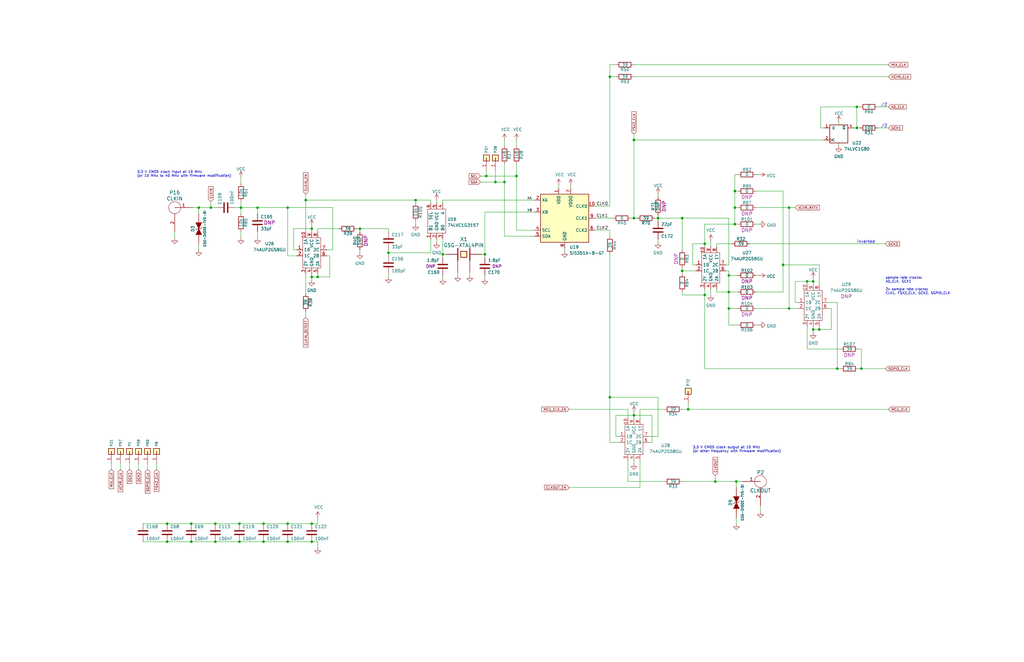
<source format=kicad_sch>
(kicad_sch (version 20211123) (generator eeschema)
  (paper "USLedger")
  (title_block (title "HackRF One") (date "2022-08-29") (rev "r9") (company "Copyright 2012-2022 Great Scott Gadgets") (comment 1 "Michael Ossmann") (comment 2 "Licensed under the CERN-OHL-P v2"))
  (junction (at 257.175 167.64))
  (junction (at 332.74 87.63))
  (junction (at 340.36 118.745))
  (junction (at 342.9 139.065))
  (junction (at 361.315 53.975))
  (junction (at 212.725 76.835))
  (junction (at 345.44 139.065))
  (junction (at 307.34 123.19))
  (junction (at 361.315 45.085))
  (junction (at 70.485 220.98))
  (junction (at 332.74 130.175))
  (junction (at 121.285 87.63))
  (junction (at 100.965 228.6))
  (junction (at 70.485 228.6))
  (junction (at 208.915 76.835))
  (junction (at 217.805 74.295))
  (junction (at 121.285 220.98))
  (junction (at 163.83 106.68))
  (junction (at 297.18 102.87))
  (junction (at 80.645 220.98))
  (junction (at 342.9 118.745))
  (junction (at 83.82 87.63))
  (junction (at 131.445 220.98))
  (junction (at 301.625 203.2))
  (junction (at 204.47 107.315))
  (junction (at 88.9 87.63))
  (junction (at 309.88 87.63))
  (junction (at 287.655 114.3))
  (junction (at 307.34 116.205))
  (junction (at 111.125 228.6))
  (junction (at 297.18 124.46))
  (junction (at 363.22 155.575))
  (junction (at 80.645 228.6))
  (junction (at 309.88 94.615))
  (junction (at 267.335 175.26))
  (junction (at 309.88 80.645))
  (junction (at 90.805 228.6))
  (junction (at 131.445 228.6))
  (junction (at 131.445 116.84))
  (junction (at 111.125 220.98))
  (junction (at 128.905 84.455))
  (junction (at 267.335 92.075))
  (junction (at 175.26 84.455))
  (junction (at 353.06 155.575))
  (junction (at 101.6 87.63))
  (junction (at 310.515 203.2))
  (junction (at 205.105 74.295))
  (junction (at 330.2 111.76))
  (junction (at 151.765 96.52))
  (junction (at 287.655 92.075))
  (junction (at 186.69 107.315))
  (junction (at 267.335 59.055))
  (junction (at 277.495 92.075))
  (junction (at 90.805 220.98))
  (junction (at 131.445 96.52))
  (junction (at 307.34 130.175))
  (junction (at 108.585 87.63))
  (junction (at 133.985 116.84))
  (junction (at 257.175 32.385))
  (junction (at 100.965 220.98))
  (junction (at 290.195 172.72))
  (junction (at 121.285 228.6))
  (wire (pts (xy 353.695 60.325) (xy 353.695 61.595)))
  (wire (pts (xy 163.83 116.84) (xy 163.83 115.57)))
  (wire (pts (xy 340.36 137.795) (xy 340.36 147.32)))
  (wire (pts (xy 274.955 175.26) (xy 267.335 175.26)))
  (wire (pts (xy 186.69 100.965) (xy 186.69 107.315)))
  (wire (pts (xy 342.9 137.795) (xy 342.9 139.065)))
  (wire (pts (xy 212.725 99.695) (xy 225.425 99.695)))
  (wire (pts (xy 335.28 118.745) (xy 335.28 127.635)))
  (wire (pts (xy 332.74 87.63) (xy 335.28 87.63)))
  (wire (pts (xy 274.955 186.69) (xy 274.955 175.26)))
  (wire (pts (xy 217.805 59.055) (xy 217.805 61.595)))
  (wire (pts (xy 202.565 74.295) (xy 205.105 74.295)))
  (wire (pts (xy 70.485 220.98) (xy 60.325 220.98)))
  (wire (pts (xy 302.26 102.87) (xy 308.61 102.87)))
  (wire (pts (xy 257.175 97.155) (xy 257.175 99.695)))
  (wire (pts (xy 259.715 184.15) (xy 260.985 184.15)))
  (wire (pts (xy 353.06 127.635) (xy 353.06 155.575)))
  (wire (pts (xy 83.82 90.17) (xy 83.82 87.63)))
  (wire (pts (xy 309.88 94.615) (xy 297.18 94.615)))
  (wire (pts (xy 307.34 111.76) (xy 307.34 92.075)))
  (wire (pts (xy 264.795 194.31) (xy 264.795 203.2)))
  (wire (pts (xy 46.99 195.58) (xy 46.99 198.12)))
  (wire (pts (xy 269.875 176.53) (xy 269.875 172.72)))
  (wire (pts (xy 90.805 228.6) (xy 100.965 228.6)))
  (wire (pts (xy 111.125 228.6) (xy 121.285 228.6)))
  (wire (pts (xy 299.72 121.92) (xy 299.72 124.46)))
  (wire (pts (xy 100.965 220.98) (xy 90.805 220.98)))
  (wire (pts (xy 186.69 107.315) (xy 187.96 107.315)))
  (wire (pts (xy 293.37 114.3) (xy 287.655 114.3)))
  (wire (pts (xy 101.6 87.63) (xy 101.6 90.17)))
  (wire (pts (xy 287.655 124.46) (xy 297.18 124.46)))
  (wire (pts (xy 225.425 89.535) (xy 204.47 89.535)))
  (wire (pts (xy 336.55 130.175) (xy 332.74 130.175)))
  (wire (pts (xy 250.825 97.155) (xy 257.175 97.155)))
  (wire (pts (xy 290.195 170.18) (xy 290.195 172.72)))
  (wire (pts (xy 131.445 96.52) (xy 131.445 95.25)))
  (wire (pts (xy 309.88 87.63) (xy 309.88 94.615)))
  (wire (pts (xy 335.28 127.635) (xy 336.55 127.635)))
  (wire (pts (xy 307.34 116.205) (xy 307.34 114.3)))
  (wire (pts (xy 250.825 86.995) (xy 257.175 86.995)))
  (wire (pts (xy 311.15 94.615) (xy 309.88 94.615)))
  (wire (pts (xy 297.18 94.615) (xy 297.18 102.87)))
  (wire (pts (xy 307.34 137.16) (xy 307.34 130.175)))
  (wire (pts (xy 287.655 115.57) (xy 287.655 114.3)))
  (wire (pts (xy 121.285 220.98) (xy 131.445 220.98)))
  (wire (pts (xy 267.335 92.075) (xy 268.605 92.075)))
  (wire (pts (xy 301.625 200.66) (xy 301.625 203.2)))
  (wire (pts (xy 131.445 116.84) (xy 133.985 116.84)))
  (wire (pts (xy 73.66 97.79) (xy 73.66 100.33)))
  (wire (pts (xy 203.2 107.315) (xy 204.47 107.315)))
  (wire (pts (xy 307.34 123.19) (xy 307.34 130.175)))
  (wire (pts (xy 131.445 118.11) (xy 131.445 116.84)))
  (wire (pts (xy 311.15 73.66) (xy 309.88 73.66)))
  (wire (pts (xy 370.205 45.085) (xy 374.65 45.085)))
  (wire (pts (xy 137.795 105.41) (xy 140.335 105.41)))
  (wire (pts (xy 238.125 104.775) (xy 238.125 106.045)))
  (wire (pts (xy 277.495 100.965) (xy 277.495 102.235)))
  (wire (pts (xy 346.075 53.975) (xy 347.345 53.975)))
  (wire (pts (xy 287.655 92.075) (xy 277.495 92.075)))
  (wire (pts (xy 151.765 96.52) (xy 151.765 97.79)))
  (wire (pts (xy 202.565 76.835) (xy 208.915 76.835)))
  (wire (pts (xy 318.77 130.175) (xy 332.74 130.175)))
  (wire (pts (xy 277.495 92.075) (xy 277.495 93.345)))
  (wire (pts (xy 318.77 73.66) (xy 320.04 73.66)))
  (wire (pts (xy 121.285 228.6) (xy 131.445 228.6)))
  (wire (pts (xy 277.495 167.64) (xy 277.495 184.15)))
  (wire (pts (xy 139.065 116.84) (xy 139.065 107.95)))
  (wire (pts (xy 307.34 92.075) (xy 287.655 92.075)))
  (wire (pts (xy 302.26 104.14) (xy 302.26 102.87)))
  (wire (pts (xy 240.03 205.74) (xy 269.875 205.74)))
  (wire (pts (xy 217.805 69.215) (xy 217.805 74.295)))
  (wire (pts (xy 302.26 123.19) (xy 307.34 123.19)))
  (wire (pts (xy 257.175 32.385) (xy 257.175 86.995)))
  (wire (pts (xy 99.06 87.63) (xy 101.6 87.63)))
  (wire (pts (xy 151.765 105.41) (xy 151.765 106.68)))
  (wire (pts (xy 307.34 114.3) (xy 306.07 114.3)))
  (wire (pts (xy 88.9 87.63) (xy 88.9 85.09)))
  (wire (pts (xy 125.095 107.95) (xy 121.285 107.95)))
  (wire (pts (xy 163.83 105.41) (xy 163.83 106.68)))
  (wire (pts (xy 267.335 92.075) (xy 267.335 59.055)))
  (wire (pts (xy 345.44 111.76) (xy 330.2 111.76)))
  (wire (pts (xy 140.335 87.63) (xy 121.285 87.63)))
  (wire (pts (xy 128.905 84.455) (xy 128.905 97.79)))
  (wire (pts (xy 269.875 194.31) (xy 269.875 205.74)))
  (wire (pts (xy 123.825 105.41) (xy 125.095 105.41)))
  (wire (pts (xy 330.2 123.19) (xy 318.77 123.19)))
  (wire (pts (xy 133.985 228.6) (xy 133.985 231.14)))
  (wire (pts (xy 91.44 87.63) (xy 88.9 87.63)))
  (wire (pts (xy 163.83 106.68) (xy 181.61 106.68)))
  (wire (pts (xy 287.655 203.2) (xy 301.625 203.2)))
  (wire (pts (xy 217.805 97.155) (xy 225.425 97.155)))
  (wire (pts (xy 361.315 53.975) (xy 362.585 53.975)))
  (wire (pts (xy 133.985 97.79) (xy 133.985 96.52)))
  (wire (pts (xy 287.655 105.41) (xy 287.655 92.075)))
  (wire (pts (xy 131.445 220.98) (xy 133.985 220.98)))
  (wire (pts (xy 267.335 175.26) (xy 267.335 173.99)))
  (wire (pts (xy 309.88 73.66) (xy 309.88 80.645)))
  (wire (pts (xy 133.985 116.84) (xy 139.065 116.84)))
  (wire (pts (xy 133.985 96.52) (xy 142.875 96.52)))
  (wire (pts (xy 349.25 127.635) (xy 353.06 127.635)))
  (wire (pts (xy 307.34 116.205) (xy 311.15 116.205)))
  (wire (pts (xy 267.335 176.53) (xy 267.335 175.26)))
  (wire (pts (xy 309.88 80.645) (xy 311.15 80.645)))
  (wire (pts (xy 276.225 92.075) (xy 277.495 92.075)))
  (wire (pts (xy 123.825 96.52) (xy 123.825 105.41)))
  (wire (pts (xy 342.9 120.015) (xy 342.9 118.745)))
  (wire (pts (xy 184.15 85.725) (xy 184.15 84.455)))
  (wire (pts (xy 297.18 102.87) (xy 297.18 104.14)))
  (wire (pts (xy 370.205 53.975) (xy 374.65 53.975)))
  (wire (pts (xy 90.805 220.98) (xy 80.645 220.98)))
  (wire (pts (xy 58.42 195.58) (xy 58.42 198.12)))
  (wire (pts (xy 302.26 121.92) (xy 302.26 123.19)))
  (wire (pts (xy 257.175 186.69) (xy 257.175 167.64)))
  (wire (pts (xy 184.15 100.965) (xy 184.15 102.235)))
  (wire (pts (xy 277.495 184.15) (xy 273.685 184.15)))
  (wire (pts (xy 292.1 111.76) (xy 293.37 111.76)))
  (wire (pts (xy 287.655 172.72) (xy 290.195 172.72)))
  (wire (pts (xy 267.335 32.385) (xy 374.65 32.385)))
  (wire (pts (xy 311.15 137.16) (xy 307.34 137.16)))
  (wire (pts (xy 292.1 102.87) (xy 292.1 111.76)))
  (wire (pts (xy 260.985 186.69) (xy 257.175 186.69)))
  (wire (pts (xy 80.645 228.6) (xy 90.805 228.6)))
  (wire (pts (xy 193.04 116.205) (xy 193.04 114.935)))
  (wire (pts (xy 267.335 56.515) (xy 267.335 59.055)))
  (wire (pts (xy 273.685 186.69) (xy 274.955 186.69)))
  (wire (pts (xy 151.765 96.52) (xy 163.83 96.52)))
  (wire (pts (xy 66.04 195.58) (xy 66.04 198.12)))
  (wire (pts (xy 257.175 27.305) (xy 259.715 27.305)))
  (wire (pts (xy 307.34 123.19) (xy 311.15 123.19)))
  (wire (pts (xy 267.335 175.26) (xy 259.715 175.26)))
  (wire (pts (xy 345.44 120.015) (xy 345.44 111.76)))
  (wire (pts (xy 101.6 97.79) (xy 101.6 100.33)))
  (wire (pts (xy 340.36 118.745) (xy 340.36 120.015)))
  (wire (pts (xy 80.645 220.98) (xy 70.485 220.98)))
  (wire (pts (xy 100.965 220.98) (xy 111.125 220.98)))
  (wire (pts (xy 311.15 130.175) (xy 307.34 130.175)))
  (wire (pts (xy 204.47 89.535) (xy 204.47 107.315)))
  (wire (pts (xy 363.22 155.575) (xy 373.38 155.575)))
  (wire (pts (xy 101.6 87.63) (xy 108.585 87.63)))
  (wire (pts (xy 181.61 106.68) (xy 181.61 100.965)))
  (wire (pts (xy 133.985 115.57) (xy 133.985 116.84)))
  (wire (pts (xy 361.95 155.575) (xy 363.22 155.575)))
  (wire (pts (xy 277.495 83.185) (xy 277.495 81.915)))
  (wire (pts (xy 267.335 27.305) (xy 374.65 27.305)))
  (wire (pts (xy 330.2 80.645) (xy 318.77 80.645)))
  (wire (pts (xy 330.2 111.76) (xy 330.2 123.19)))
  (wire (pts (xy 111.125 220.98) (xy 121.285 220.98)))
  (wire (pts (xy 208.915 71.755) (xy 208.915 76.835)))
  (wire (pts (xy 250.825 92.075) (xy 258.445 92.075)))
  (wire (pts (xy 257.175 27.305) (xy 257.175 32.385)))
  (wire (pts (xy 205.105 74.295) (xy 217.805 74.295)))
  (wire (pts (xy 101.6 85.09) (xy 101.6 87.63)))
  (wire (pts (xy 131.445 228.6) (xy 133.985 228.6)))
  (wire (pts (xy 310.515 205.74) (xy 310.515 203.2)))
  (wire (pts (xy 128.905 115.57) (xy 128.905 123.825)))
  (wire (pts (xy 361.315 53.975) (xy 360.045 53.975)))
  (wire (pts (xy 257.175 107.315) (xy 257.175 167.64)))
  (wire (pts (xy 235.585 79.375) (xy 235.585 78.105)))
  (wire (pts (xy 342.9 118.745) (xy 340.36 118.745)))
  (wire (pts (xy 345.44 139.065) (xy 350.52 139.065)))
  (wire (pts (xy 361.315 45.085) (xy 362.585 45.085)))
  (wire (pts (xy 310.515 220.98) (xy 310.515 218.44)))
  (wire (pts (xy 175.26 94.615) (xy 175.26 93.345)))
  (wire (pts (xy 212.725 76.835) (xy 212.725 99.695)))
  (wire (pts (xy 361.95 147.32) (xy 363.22 147.32)))
  (wire (pts (xy 318.77 116.205) (xy 320.04 116.205)))
  (wire (pts (xy 297.18 155.575) (xy 297.18 124.46)))
  (wire (pts (xy 259.715 175.26) (xy 259.715 184.15)))
  (wire (pts (xy 353.695 51.435) (xy 353.695 52.705)))
  (wire (pts (xy 345.44 137.795) (xy 345.44 139.065)))
  (wire (pts (xy 320.675 213.36) (xy 320.675 215.9)))
  (wire (pts (xy 175.26 84.455) (xy 181.61 84.455)))
  (wire (pts (xy 318.77 87.63) (xy 332.74 87.63)))
  (wire (pts (xy 139.065 107.95) (xy 137.795 107.95)))
  (wire (pts (xy 128.905 133.985) (xy 128.905 131.445)))
  (wire (pts (xy 342.9 118.745) (xy 342.9 117.475)))
  (wire (pts (xy 306.07 111.76) (xy 307.34 111.76)))
  (wire (pts (xy 257.175 167.64) (xy 277.495 167.64)))
  (wire (pts (xy 70.485 228.6) (xy 80.645 228.6)))
  (wire (pts (xy 277.495 90.805) (xy 277.495 92.075)))
  (wire (pts (xy 186.69 116.205) (xy 186.69 117.475)))
  (wire (pts (xy 301.625 203.2) (xy 310.515 203.2)))
  (wire (pts (xy 212.725 59.055) (xy 212.725 61.595)))
  (wire (pts (xy 340.36 118.745) (xy 335.28 118.745)))
  (wire (pts (xy 361.315 45.085) (xy 361.315 53.975)))
  (wire (pts (xy 267.335 194.31) (xy 267.335 195.58)))
  (wire (pts (xy 150.495 96.52) (xy 151.765 96.52)))
  (wire (pts (xy 100.965 228.6) (xy 111.125 228.6)))
  (wire (pts (xy 123.825 96.52) (xy 131.445 96.52)))
  (wire (pts (xy 350.52 139.065) (xy 350.52 130.175)))
  (wire (pts (xy 342.9 140.335) (xy 342.9 139.065)))
  (wire (pts (xy 318.77 94.615) (xy 320.04 94.615)))
  (wire (pts (xy 309.88 80.645) (xy 309.88 87.63)))
  (wire (pts (xy 186.69 84.455) (xy 186.69 85.725)))
  (wire (pts (xy 267.335 59.055) (xy 347.345 59.055)))
  (wire (pts (xy 264.795 203.2) (xy 280.035 203.2)))
  (wire (pts (xy 353.06 155.575) (xy 297.18 155.575)))
  (wire (pts (xy 205.105 71.755) (xy 205.105 74.295)))
  (wire (pts (xy 350.52 130.175) (xy 349.25 130.175)))
  (wire (pts (xy 297.18 121.92) (xy 297.18 124.46)))
  (wire (pts (xy 140.335 105.41) (xy 140.335 87.63)))
  (wire (pts (xy 186.69 84.455) (xy 225.425 84.455)))
  (wire (pts (xy 175.26 85.725) (xy 175.26 84.455)))
  (wire (pts (xy 83.82 105.41) (xy 83.82 102.87)))
  (wire (pts (xy 101.6 74.93) (xy 101.6 77.47)))
  (wire (pts (xy 60.325 228.6) (xy 70.485 228.6)))
  (wire (pts (xy 316.23 102.87) (xy 373.38 102.87)))
  (wire (pts (xy 54.61 195.58) (xy 54.61 198.12)))
  (wire (pts (xy 320.04 137.16) (xy 318.77 137.16)))
  (wire (pts (xy 240.665 79.375) (xy 240.665 78.105)))
  (wire (pts (xy 240.03 172.72) (xy 264.795 172.72)))
  (wire (pts (xy 208.915 76.835) (xy 212.725 76.835)))
  (wire (pts (xy 332.74 87.63) (xy 332.74 130.175)))
  (wire (pts (xy 128.905 84.455) (xy 175.26 84.455)))
  (wire (pts (xy 287.655 123.19) (xy 287.655 124.46)))
  (wire (pts (xy 264.795 176.53) (xy 264.795 172.72)))
  (wire (pts (xy 266.065 92.075) (xy 267.335 92.075)))
  (wire (pts (xy 217.805 74.295) (xy 217.805 97.155)))
  (wire (pts (xy 108.585 87.63) (xy 121.285 87.63)))
  (wire (pts (xy 290.195 172.72) (xy 374.65 172.72)))
  (wire (pts (xy 108.585 90.17) (xy 108.585 87.63)))
  (wire (pts (xy 204.47 107.315) (xy 204.47 108.585)))
  (wire (pts (xy 340.36 147.32) (xy 354.33 147.32)))
  (wire (pts (xy 363.22 147.32) (xy 363.22 155.575)))
  (wire (pts (xy 342.9 139.065) (xy 345.44 139.065)))
  (wire (pts (xy 346.075 53.975) (xy 346.075 45.085)))
  (wire (pts (xy 83.82 87.63) (xy 88.9 87.63)))
  (wire (pts (xy 299.72 101.6) (xy 299.72 104.14)))
  (wire (pts (xy 212.725 69.215) (xy 212.725 76.835)))
  (wire (pts (xy 269.875 172.72) (xy 280.035 172.72)))
  (wire (pts (xy 354.33 155.575) (xy 353.06 155.575)))
  (wire (pts (xy 128.905 81.915) (xy 128.905 84.455)))
  (wire (pts (xy 204.47 117.475) (xy 204.47 116.205)))
  (wire (pts (xy 131.445 115.57) (xy 131.445 116.84)))
  (wire (pts (xy 163.83 106.68) (xy 163.83 107.95)))
  (wire (pts (xy 108.585 97.79) (xy 108.585 100.33)))
  (wire (pts (xy 297.18 102.87) (xy 292.1 102.87)))
  (wire (pts (xy 131.445 97.79) (xy 131.445 96.52)))
  (wire (pts (xy 186.69 108.585) (xy 186.69 107.315)))
  (wire (pts (xy 309.88 87.63) (xy 311.15 87.63)))
  (wire (pts (xy 121.285 87.63) (xy 121.285 107.95)))
  (wire (pts (xy 62.23 198.12) (xy 62.23 195.58)))
  (wire (pts (xy 198.12 114.935) (xy 198.12 116.205)))
  (wire (pts (xy 346.075 45.085) (xy 361.315 45.085)))
  (wire (pts (xy 163.83 96.52) (xy 163.83 97.79)))
  (wire (pts (xy 330.2 111.76) (xy 330.2 80.645)))
  (wire (pts (xy 133.985 220.98) (xy 133.985 218.44)))
  (wire (pts (xy 307.34 123.19) (xy 307.34 116.205)))
  (wire (pts (xy 310.515 203.2) (xy 313.055 203.2)))
  (wire (pts (xy 50.8 195.58) (xy 50.8 198.12)))
  (wire (pts (xy 257.175 32.385) (xy 259.715 32.385)))
  (wire (pts (xy 81.28 87.63) (xy 83.82 87.63)))
  (wire (pts (xy 181.61 84.455) (xy 181.61 85.725)))
  (wire (pts (xy 287.655 113.03) (xy 287.655 114.3)))
  (text "/2" (at 371.475 53.975 0) (effects (font (size 1.27 1.27)) (justify left bottom)))
  (text "inverted" (at 361.315 102.87 0) (effects (font (size 1.27 1.27)) (justify left bottom)))
  (text "3.3 V CMOS clock input at 10 MHz\n(or 10 MHz to 40 MHz with firmware modification)" (at 57.785 74.93 0) (effects (font (size 1.016 1.016)) (justify left bottom)))
  (text "sample rate clocks:\nAD_CLK, GCK1\n\n2x sample rate clocks:\nCLK1, FSX2_CLK, GCK2, SGPIO_CLK" (at 373.38 124.46 0) (effects (font (size 1.016 1.016)) (justify left bottom)))
  (text "/2" (at 371.475 45.085 0) (effects (font (size 1.27 1.27)) (justify left bottom)))
  (text "3.3 V CMOS clock output at 10 MHz\n(or other frequency with firmware modification)" (at 292.1 191.135 0) (effects (font (size 1.016 1.016)) (justify left bottom)))
  (label "CLK0" (at 251.46 86.995 0))
  (label "CLK1" (at 251.46 92.075 0))
  (label "CLK2" (at 251.46 97.155 0))
  (label "XA" (at 222.25 84.455 0) (effects (font (size 1.016 1.016))))
  (label "XB" (at 222.25 89.535 0) (effects (font (size 1.016 1.016))))
  (global_label "GCK1" (shape input) (at 54.61 198.12 270) (effects (font (size 1.016 1.016))) (property "Intersheet References" "${INTERSHEET_REFS}" (effects hide)))
  (global_label "XCVR_CLK" (shape input) (at 374.65 32.385 0) (effects (font (size 1.016 1.016))) (property "Intersheet References" "${INTERSHEET_REFS}" (effects hide)))
  (global_label "FSX2_CLK" (shape input) (at 66.04 198.12 270) (effects (font (size 1.016 1.016))) (property "Intersheet References" "${INTERSHEET_REFS}" (effects hide)))
  (global_label "SCL" (shape input) (at 202.565 74.295 180) (effects (font (size 1.016 1.016))) (property "Intersheet References" "${INTERSHEET_REFS}" (effects hide)))
  (global_label "CLKIN_EN" (shape input) (at 128.905 81.915 90) (effects (font (size 1.016 1.016))) (property "Intersheet References" "${INTERSHEET_REFS}" (effects hide)))
  (global_label "MIX_CLK" (shape input) (at 374.65 27.305 0) (effects (font (size 1.016 1.016))) (property "Intersheet References" "${INTERSHEET_REFS}" (effects hide)))
  (global_label "GCK2" (shape input) (at 58.42 198.12 270) (effects (font (size 1.016 1.016))) (property "Intersheet References" "${INTERSHEET_REFS}" (effects hide)))
  (global_label "SDA" (shape input) (at 202.565 76.835 180) (effects (font (size 1.016 1.016))) (property "Intersheet References" "${INTERSHEET_REFS}" (effects hide)))
  (global_label "AD_CLK" (shape input) (at 374.65 45.085 0) (effects (font (size 1.016 1.016))) (property "Intersheet References" "${INTERSHEET_REFS}" (effects hide)))
  (global_label "CLKIN_DETECT" (shape input) (at 128.905 133.985 270) (effects (font (size 1.016 1.016))) (property "Intersheet References" "${INTERSHEET_REFS}" (effects hide)))
  (global_label "CLKOUT_EN" (shape input) (at 240.03 205.74 180) (effects (font (size 1.016 1.016))) (property "Intersheet References" "${INTERSHEET_REFS}" (effects hide)))
  (global_label "MIX_CLK" (shape input) (at 46.99 198.12 270) (effects (font (size 1.016 1.016))) (property "Intersheet References" "${INTERSHEET_REFS}" (effects hide)))
  (global_label "MCU_CLK_EN" (shape input) (at 240.03 172.72 180) (effects (font (size 1.016 1.016))) (property "Intersheet References" "${INTERSHEET_REFS}" (effects hide)))
  (global_label "SGPIO_CLK" (shape input) (at 373.38 155.575 0) (effects (font (size 1.016 1.016))) (property "Intersheet References" "${INTERSHEET_REFS}" (effects hide)))
  (global_label "CLKOUT" (shape input) (at 301.625 200.66 90) (effects (font (size 1.016 1.016))) (property "Intersheet References" "${INTERSHEET_REFS}" (effects hide)))
  (global_label "CLKIN" (shape input) (at 88.9 85.09 90) (effects (font (size 1.016 1.016))) (property "Intersheet References" "${INTERSHEET_REFS}" (effects hide)))
  (global_label "XCVR_RXTX" (shape input) (at 335.28 87.63 0) (effects (font (size 1.016 1.016))) (property "Intersheet References" "${INTERSHEET_REFS}" (effects hide)))
  (global_label "MCU_CLK" (shape input) (at 374.65 172.72 0) (effects (font (size 1.016 1.016))) (property "Intersheet References" "${INTERSHEET_REFS}" (effects hide)))
  (global_label "FSX2_CLK" (shape input) (at 267.335 56.515 90) (effects (font (size 1.016 1.016))) (property "Intersheet References" "${INTERSHEET_REFS}" (effects hide)))
  (global_label "SGPIO_CLK" (shape input) (at 62.23 198.12 270) (effects (font (size 1.016 1.016))) (property "Intersheet References" "${INTERSHEET_REFS}" (effects hide)))
  (global_label "GCK1" (shape input) (at 374.65 53.975 0) (effects (font (size 1.016 1.016))) (property "Intersheet References" "${INTERSHEET_REFS}" (effects hide)))
  (global_label "XCVR_CLK" (shape input) (at 50.8 198.12 270) (effects (font (size 1.016 1.016))) (property "Intersheet References" "${INTERSHEET_REFS}" (effects hide)))
  (global_label "GCK2" (shape input) (at 373.38 102.87 0) (effects (font (size 1.016 1.016))) (property "Intersheet References" "${INTERSHEET_REFS}" (effects hide)))
  (symbol (lib_id "Device:R") (at 212.725 65.405 0) (unit 1)
    (property "Reference" "R27" (at 214.757 65.405 90))
    (property "Value" "1k8" (at 212.725 65.405 90))
    (property "Footprint" "hackrf:GSG-0402" (effects hide))
    (property "Manufacturer" "Stackpole" (effects hide))
    (property "Part Number" "RMCF0402JT1K80" (effects hide))
    (property "Description" "RES TF 1.8K OHM 5% 1/16W 0402" (effects hide))
  )
  (symbol (lib_id "hackrf:GSG-XTAL4PIN") (at 195.58 107.315 0) (unit 1)
    (property "Reference" "X1" (at 195.58 100.965 0) (effects (font (size 1.524 1.524))))
    (property "Value" "GSG-XTAL4PIN" (at 195.58 103.505 0) (effects (font (size 1.524 1.524))))
    (property "Footprint" "hackrf:GSG-XTAL3.2x2.5mm" (effects hide))
    (property "Manufacturer" "Raltron" (effects hide))
    (property "Part Number" "RH100-25.000-12-F-1010-TR" (effects hide))
    (property "Description" "CRYSTAL 25.0000MHZ 12PF SMD" (effects hide))
  )
  (symbol (lib_id "power:GND") (at 198.12 116.205 0) (unit 1)
    (property "Reference" "#PWR0128" (effects hide))
    (property "Value" "GND" (effects hide))
  )
  (symbol (lib_id "power:GND") (at 193.04 116.205 0) (unit 1)
    (property "Reference" "#PWR0127" (effects hide))
    (property "Value" "GND" (effects hide))
  )
  (symbol (lib_id "hackrf:GSG-RF-CONN") (at 73.66 87.63 0) (unit 1)
    (property "Reference" "P16" (at 73.66 81.28 0) (effects (font (size 1.524 1.524))))
    (property "Value" "CLKIN" (at 73.66 83.82 0) (effects (font (size 1.524 1.524))))
    (property "Footprint" "hackrf:GSG-SMA-73251-2120" (effects hide))
    (property "Manufacturer" "Molex" (effects hide))
    (property "Part Number" "73251-2121" (effects hide))
    (property "Description" "CONN SMA JACK 50 OHM EDGE MNT W/JAM NUT & LOCK WASHER" (effects hide))
  )
  (symbol (lib_id "power:GND") (at 73.66 100.33 0) (unit 1)
    (property "Reference" "#PWR0126" (effects hide))
    (property "Value" "GND" (effects hide))
  )
  (symbol (lib_id "power:GND") (at 133.985 231.14 0) (unit 1)
    (property "Reference" "#PWR0121" (effects hide))
    (property "Value" "GND" (effects hide))
  )
  (symbol (lib_id "Device:C") (at 90.805 224.79 0) (unit 1)
    (property "Reference" "C113" (at 92.075 222.25 0) (effects (justify left)))
    (property "Value" "100nF" (at 92.075 227.33 0) (effects (justify left)))
    (property "Footprint" "hackrf:GSG-0402" (effects hide))
    (property "Manufacturer" "Samsung" (effects hide))
    (property "Part Number" "CL05A104KA5NNNC" (effects hide))
    (property "Description" "CAP CER 0.1UF 25V X5R 0402" (effects hide))
  )
  (symbol (lib_id "Device:C") (at 100.965 224.79 0) (unit 1)
    (property "Reference" "C119" (at 102.235 222.25 0) (effects (justify left)))
    (property "Value" "100nF" (at 102.235 227.33 0) (effects (justify left)))
    (property "Footprint" "hackrf:GSG-0402" (effects hide))
    (property "Manufacturer" "Samsung" (effects hide))
    (property "Part Number" "CL05A104KA5NNNC" (effects hide))
    (property "Description" "CAP CER 0.1UF 25V X5R 0402" (effects hide))
  )
  (symbol (lib_id "Device:C") (at 111.125 224.79 0) (unit 1)
    (property "Reference" "C120" (at 112.395 222.25 0) (effects (justify left)))
    (property "Value" "100nF" (at 112.395 227.33 0) (effects (justify left)))
    (property "Footprint" "hackrf:GSG-0402" (effects hide))
    (property "Manufacturer" "Samsung" (effects hide))
    (property "Part Number" "CL05A104KA5NNNC" (effects hide))
    (property "Description" "CAP CER 0.1UF 25V X5R 0402" (effects hide))
  )
  (symbol (lib_id "Device:C") (at 121.285 224.79 0) (unit 1)
    (property "Reference" "C121" (at 122.555 222.25 0) (effects (justify left)))
    (property "Value" "100nF" (at 122.555 227.33 0) (effects (justify left)))
    (property "Footprint" "hackrf:GSG-0402" (effects hide))
    (property "Manufacturer" "Samsung" (effects hide))
    (property "Part Number" "CL05A104KA5NNNC" (effects hide))
    (property "Description" "CAP CER 0.1UF 25V X5R 0402" (effects hide))
  )
  (symbol (lib_id "Device:C") (at 131.445 224.79 0) (unit 1)
    (property "Reference" "C122" (at 132.715 222.25 0) (effects (justify left)))
    (property "Value" "100nF" (at 132.715 227.33 0) (effects (justify left)))
    (property "Footprint" "hackrf:GSG-0402" (effects hide))
    (property "Manufacturer" "Samsung" (effects hide))
    (property "Part Number" "CL05A104KA5NNNC" (effects hide))
    (property "Description" "CAP CER 0.1UF 25V X5R 0402" (effects hide))
  )
  (symbol (lib_id "Device:R") (at 175.26 89.535 0) (unit 1)
    (property "Reference" "R105" (at 177.292 89.535 90))
    (property "Value" "10k" (at 175.26 89.535 90))
    (property "Footprint" "hackrf:GSG-0402" (effects hide))
    (property "Manufacturer" "Stackpole" (effects hide))
    (property "Part Number" "RMCF0402JT10K0" (effects hide))
    (property "Description" "RES 10K OHM 1/16W 5% 0402 SMD" (effects hide))
  )
  (symbol (lib_id "power:GND") (at 320.675 215.9 0) (unit 1)
    (property "Reference" "#PWR093" (effects hide))
    (property "Value" "GND" (effects hide))
  )
  (symbol (lib_id "hackrf:GSG-RF-CONN") (at 320.675 203.2 0) (mirror y) (unit 1)
    (property "Reference" "P2" (at 320.675 199.39 0) (effects (font (size 1.524 1.524))))
    (property "Value" "CLKOUT" (at 320.675 207.01 0) (effects (font (size 1.524 1.524))))
    (property "Footprint" "hackrf:GSG-SMA-73251-2120" (effects hide))
    (property "Manufacturer" "Molex" (effects hide))
    (property "Part Number" "73251-2121" (effects hide))
    (property "Description" "CONN SMA JACK 50 OHM EDGE MNT W/JAM NUT & LOCK WASHER" (effects hide))
  )
  (symbol (lib_id "Connector_Generic:Conn_01x01") (at 205.105 66.675 90) (unit 1)
    (property "Reference" "P37" (at 205.105 64.643 0) (effects (font (size 1.016 1.016)) (justify left)))
    (property "Value" "SCL" (effects hide))
    (property "Footprint" "hackrf:GSG-TESTPOINT-50MIL" (effects hide))
    (property "DNP" "DNP" (effects hide))
  )
  (symbol (lib_id "Connector_Generic:Conn_01x01") (at 208.915 66.675 90) (unit 1)
    (property "Reference" "P38" (at 208.915 64.643 0) (effects (font (size 1.016 1.016)) (justify left)))
    (property "Value" "SDA" (effects hide))
    (property "Footprint" "hackrf:GSG-TESTPOINT-50MIL" (effects hide))
    (property "DNP" "DNP" (effects hide))
  )
  (symbol (lib_id "Device:R") (at 101.6 93.98 0) (unit 1)
    (property "Reference" "R85" (at 103.632 93.98 90))
    (property "Value" "10k" (at 101.6 93.98 90))
    (property "Footprint" "hackrf:GSG-0402" (effects hide))
    (property "Manufacturer" "Stackpole" (effects hide))
    (property "Part Number" "RMCF0402JT10K0" (effects hide))
    (property "Description" "RES 10K OHM 1/16W 5% 0402 SMD" (effects hide))
  )
  (symbol (lib_id "power:GND") (at 101.6 100.33 0) (unit 1)
    (property "Reference" "#PWR092" (effects hide))
    (property "Value" "GND" (effects hide))
  )
  (symbol (lib_id "Device:R") (at 217.805 65.405 0) (unit 1)
    (property "Reference" "R28" (at 219.837 65.405 90))
    (property "Value" "1k8" (at 217.805 65.405 90))
    (property "Footprint" "hackrf:GSG-0402" (effects hide))
    (property "Manufacturer" "Stackpole" (effects hide))
    (property "Part Number" "RMCF0402JT1K80" (effects hide))
    (property "Description" "RES TF 1.8K OHM 5% 1/16W 0402" (effects hide))
  )
  (symbol (lib_id "Device:R") (at 358.14 155.575 270) (mirror x) (unit 1)
    (property "Reference" "R94" (at 358.14 153.543 90))
    (property "Value" "39" (at 358.14 155.575 90))
    (property "Footprint" "hackrf:GSG-0402" (effects hide))
    (property "Manufacturer" "Stackpole" (effects hide))
    (property "Part Number" "RMCF0402JT39R0" (effects hide))
    (property "Description" "RES 39 OHM 1/16W 5% 0402 SMD" (effects hide))
  )
  (symbol (lib_id "Device:R") (at 283.845 203.2 270) (unit 1)
    (property "Reference" "R33" (at 283.845 205.232 90))
    (property "Value" "39" (at 283.845 203.2 90))
    (property "Footprint" "hackrf:GSG-0402" (effects hide))
    (property "Manufacturer" "Stackpole" (effects hide))
    (property "Part Number" "RMCF0402JT39R0" (effects hide))
    (property "Description" "RES 39 OHM 1/16W 5% 0402 SMD" (effects hide))
  )
  (symbol (lib_id "hackrf:GSG-DIODE-TVS-BI") (at 310.515 212.09 90) (unit 1)
    (property "Reference" "D9" (at 307.975 212.09 0))
    (property "Value" "GSG-DIODE-TVS-BI" (at 313.055 212.09 0) (effects (font (size 1.016 1.016))))
    (property "Footprint" "hackrf:GSG-0402" (effects hide))
    (property "Manufacturer" "Murata" (effects hide))
    (property "Part Number" "LXES15AAA1-100" (effects hide))
    (property "Description" "TVS DIODE ESD .05PF 15KV 0402" (effects hide))
  )
  (symbol (lib_id "power:GND") (at 310.515 220.98 0) (unit 1)
    (property "Reference" "#PWR0171" (effects hide))
    (property "Value" "GND" (effects hide))
  )
  (symbol (lib_id "hackrf:GSG-DIODE-TVS-BI") (at 83.82 96.52 90) (unit 1)
    (property "Reference" "D3" (at 81.28 96.52 0))
    (property "Value" "GSG-DIODE-TVS-BI" (at 86.36 96.52 0) (effects (font (size 1.016 1.016))))
    (property "Footprint" "hackrf:GSG-0402" (effects hide))
    (property "Manufacturer" "Murata" (effects hide))
    (property "Part Number" "LXES15AAA1-100" (effects hide))
    (property "Description" "TVS DIODE ESD .05PF 15KV 0402" (effects hide))
  )
  (symbol (lib_id "power:GND") (at 83.82 105.41 0) (unit 1)
    (property "Reference" "#PWR0172" (effects hide))
    (property "Value" "GND" (effects hide))
  )
  (symbol (lib_id "Device:R") (at 312.42 102.87 270) (mirror x) (unit 1)
    (property "Reference" "R32" (at 312.42 100.838 90))
    (property "Value" "39" (at 312.42 102.87 90))
    (property "Footprint" "hackrf:GSG-0402" (effects hide))
    (property "Manufacturer" "Stackpole" (effects hide))
    (property "Part Number" "RMCF0402JT39R0" (effects hide))
    (property "Description" "RES 39 OHM 1/16W 5% 0402 SMD" (effects hide))
  )
  (symbol (lib_id "Device:R") (at 366.395 53.975 270) (unit 1)
    (property "Reference" "R31" (at 366.395 56.007 90))
    (property "Value" "100" (at 366.395 53.975 90))
    (property "Footprint" "hackrf:GSG-0402" (effects hide))
    (property "Manufacturer" "Yageo" (effects hide))
    (property "Part Number" "RC0402JR-07100RL" (effects hide))
    (property "Description" "RES 100 OHM 5% 1/16W 0402" (effects hide))
  )
  (symbol (lib_id "Device:C") (at 186.69 112.395 180) (unit 1)
    (property "Reference" "C169" (at 185.42 114.935 0) (effects (justify left)))
    (property "Value" "1.8pF" (at 185.42 109.855 0) (effects (justify left)))
    (property "Footprint" "hackrf:GSG-0402" (effects hide))
    (property "DNP" "DNP" (at 181.61 112.395 0))
  )
  (symbol (lib_id "Device:C") (at 204.47 112.395 0) (mirror x) (unit 1)
    (property "Reference" "C170" (at 205.74 114.935 0) (effects (justify left)))
    (property "Value" "1.8pF" (at 205.74 109.855 0) (effects (justify left)))
    (property "Footprint" "hackrf:GSG-0402" (effects hide))
    (property "DNP" "DNP" (at 209.55 112.395 0))
  )
  (symbol (lib_id "power:GND") (at 186.69 117.475 0) (mirror y) (unit 1)
    (property "Reference" "#PWR0187" (effects hide))
    (property "Value" "GND" (effects hide))
  )
  (symbol (lib_id "power:GND") (at 204.47 117.475 0) (mirror y) (unit 1)
    (property "Reference" "#PWR0188" (effects hide))
    (property "Value" "GND" (effects hide))
  )
  (symbol (lib_id "power:VCC") (at 235.585 78.105 0) (unit 1)
    (property "Reference" "#PWR0203" (effects hide))
    (property "Value" "VCC" (at 236.0168 73.7108 0))
  )
  (symbol (lib_id "power:VCC") (at 217.805 59.055 0) (unit 1)
    (property "Reference" "#PWR0221" (effects hide))
    (property "Value" "VCC" (at 218.2368 54.6608 0))
  )
  (symbol (lib_id "power:VCC") (at 212.725 59.055 0) (unit 1)
    (property "Reference" "#PWR0227" (effects hide))
    (property "Value" "VCC" (at 213.1568 54.6608 0))
  )
  (symbol (lib_id "power:VCC") (at 133.985 218.44 0) (unit 1)
    (property "Reference" "#PWR0240" (effects hide))
    (property "Value" "VCC" (at 134.4168 214.0458 0))
  )
  (symbol (lib_id "power:GND") (at 108.585 100.33 0) (unit 1)
    (property "Reference" "#PWR0130" (effects hide))
    (property "Value" "GND" (effects hide))
  )
  (symbol (lib_id "Device:R") (at 314.96 80.645 90) (unit 1)
    (property "Reference" "R95" (at 314.96 78.613 90))
    (property "Value" "0" (at 314.96 80.645 90))
    (property "Footprint" "hackrf:GSG-0402" (effects hide))
    (property "Manufacturer" "Stackpole" (effects hide))
    (property "Part Number" "RMCF0402ZT0R00" (effects hide))
    (property "Description" "RES 0.0 OHM 1/16W 0402 SMD" (effects hide))
    (property "DNP" "DNP" (at 314.96 83.185 90) (effects (font (size 1.524 1.524))))
  )
  (symbol (lib_id "Device:R") (at 272.415 92.075 270) (unit 1)
    (property "Reference" "R70" (at 272.415 94.107 90))
    (property "Value" "39" (at 272.415 92.075 90))
    (property "Footprint" "hackrf:GSG-0402" (effects hide))
    (property "Manufacturer" "Stackpole" (effects hide))
    (property "Part Number" "RMCF0402JT39R0" (effects hide))
    (property "Description" "RES 39 OHM 1/16W 5% 0402 SMD" (effects hide))
  )
  (symbol (lib_id "Device:R") (at 314.96 137.16 270) (unit 1)
    (property "Reference" "R106" (at 314.96 139.192 90))
    (property "Value" "0" (at 314.96 137.16 90))
    (property "Footprint" "hackrf:GSG-0402" (effects hide))
    (property "Manufacturer" "Stackpole" (effects hide))
    (property "Part Number" "RMCF0402ZT0R00" (effects hide))
    (property "Description" "RES 0.0 OHM 1/16W 0402 SMD" (effects hide))
  )
  (symbol (lib_id "Device:R") (at 262.255 92.075 270) (unit 1)
    (property "Reference" "R45" (at 262.255 94.107 90))
    (property "Value" "0" (at 262.255 92.075 90))
    (property "Footprint" "hackrf:GSG-0402" (effects hide))
    (property "Manufacturer" "Stackpole" (effects hide))
    (property "Part Number" "RMCF0402ZT0R00" (effects hide))
    (property "Description" "RES 0.0 OHM 1/16W 0402 SMD" (effects hide))
  )
  (symbol (lib_id "Device:R") (at 366.395 45.085 270) (unit 1)
    (property "Reference" "R60" (at 366.395 47.117 90))
    (property "Value" "0" (at 366.395 45.085 90))
    (property "Footprint" "hackrf:GSG-0402" (effects hide))
    (property "Manufacturer" "Stackpole" (effects hide))
    (property "Part Number" "RMCF0402ZT0R00" (effects hide))
    (property "Description" "RES 0.0 OHM 1/16W 0402 SMD" (effects hide))
  )
  (symbol (lib_id "power:VCC") (at 320.04 73.66 270) (unit 1)
    (property "Reference" "#PWR0167" (effects hide))
    (property "Value" "VCC" (at 323.215 74.0938 90) (effects (justify left)))
  )
  (symbol (lib_id "74AUP2G58GU:74AUP2G58GU") (at 131.445 106.68 0) (unit 1)
    (property "Reference" "U26" (at 113.665 102.87 0))
    (property "Value" "74AUP2G58GU" (at 113.665 105.4069 0))
    (property "Footprint" "gsg-modules:XQFN10" (effects hide))
    (property "Datasheet" "https://assets.nexperia.com/documents/data-sheet/74AUP2G58.pdf" (effects hide))
    (property "Manufacturer" "Nexperia" (effects hide))
    (property "Part Number" "74AUP2G58GUX" (effects hide))
    (property "Description" "IC SCHMITT TRIGGER DUAL XQFN10" (effects hide))
  )
  (symbol (lib_id "power:GND") (at 299.72 124.46 0) (unit 1)
    (property "Reference" "#PWR0100" (effects hide))
    (property "Value" "GND" (at 299.72 128.9034 0))
  )
  (symbol (lib_id "Device:R") (at 287.655 109.22 0) (mirror x) (unit 1)
    (property "Reference" "R83" (at 289.687 109.22 90))
    (property "Value" "0" (at 287.655 109.22 90))
    (property "Footprint" "hackrf:GSG-0402" (effects hide))
    (property "Manufacturer" "Stackpole" (effects hide))
    (property "Part Number" "RMCF0402ZT0R00" (effects hide))
    (property "Description" "RES 0.0 OHM 1/16W 0402 SMD" (effects hide))
    (property "DNP" "DNP" (at 285.115 109.22 90) (effects (font (size 1.524 1.524))))
  )
  (symbol (lib_id "power:GND") (at 151.765 106.68 0) (unit 1)
    (property "Reference" "#PWR014" (effects hide))
    (property "Value" "GND" (at 151.765 111.1234 0))
  )
  (symbol (lib_id "74xGxx:74AUP1G80") (at 353.695 56.515 0) (unit 1)
    (property "Reference" "U22" (at 361.315 60.325 0))
    (property "Value" "74LVC1G80" (at 361.315 62.865 0))
    (property "Footprint" "Package_TO_SOT_SMD:SOT-353_SC-70-5" (effects hide))
    (property "Datasheet" "https://www.ti.com/lit/gpn/sn74lvc1g80" (effects hide))
    (property "Manufacturer" "Texas Instruments" (effects hide))
    (property "Part Number" "SN74LVC1G80DCKR" (effects hide))
    (property "Description" "IC FF D-TYPE SNGL 1BIT SC70-5" (effects hide))
  )
  (symbol (lib_id "power:VCC") (at 353.695 51.435 0) (unit 1)
    (property "Reference" "#PWR097" (effects hide))
    (property "Value" "VCC" (at 353.695 47.8592 0))
  )
  (symbol (lib_id "power:GND") (at 184.15 102.235 0) (unit 1)
    (property "Reference" "#PWR064" (effects hide))
    (property "Value" "GND" (at 184.15 106.6784 0))
  )
  (symbol (lib_id "Connector_Generic:Conn_01x01") (at 66.04 190.5 90) (unit 1)
    (property "Reference" "P8" (at 66.04 188.468 0) (effects (font (size 1.016 1.016)) (justify left)))
    (property "Value" "FSX2_CLK" (effects hide))
    (property "Footprint" "hackrf:GSG-TESTPOINT-50MIL" (effects hide))
    (property "DNP" "DNP" (effects hide))
  )
  (symbol (lib_id "power:VCC") (at 101.6 74.93 0) (unit 1)
    (property "Reference" "#PWR0129" (effects hide))
    (property "Value" "VCC" (at 101.6 71.3542 0))
  )
  (symbol (lib_id "Device:R") (at 277.495 86.995 180) (unit 1)
    (property "Reference" "R71" (at 275.463 86.995 90))
    (property "Value" "DNP" (at 277.495 86.995 90))
    (property "Footprint" "hackrf:GSG-0402" (effects hide))
    (property "DNP" "DNP" (at 280.035 86.995 90) (effects (font (size 1.524 1.524))))
  )
  (symbol (lib_id "74AUP2G58GU:74AUP2G58GU") (at 342.9 128.905 0) (unit 1)
    (property "Reference" "U29" (at 356.87 120.015 0))
    (property "Value" "74AUP2G58GU" (at 356.87 122.5519 0))
    (property "Footprint" "gsg-modules:XQFN10" (effects hide))
    (property "Datasheet" "https://assets.nexperia.com/documents/data-sheet/74AUP2G58.pdf" (effects hide))
    (property "Manufacturer" "Nexperia" (effects hide))
    (property "Part Number" "74AUP2G58GUX" (effects hide))
    (property "Description" "IC SCHMITT TRIGGER DUAL XQFN10" (effects hide))
    (property "DNP" "DNP" (at 356.87 125.095 0) (effects (font (size 1.524 1.524))))
  )
  (symbol (lib_id "Connector_Generic:Conn_01x01") (at 54.61 190.5 90) (unit 1)
    (property "Reference" "P1" (at 54.61 188.468 0) (effects (font (size 1.016 1.016)) (justify left)))
    (property "Value" "AD_CLK" (effects hide))
    (property "Footprint" "hackrf:GSG-TESTPOINT-50MIL" (effects hide))
    (property "DNP" "DNP" (effects hide))
  )
  (symbol (lib_id "Device:C") (at 95.25 87.63 90) (unit 1)
    (property "Reference" "C159" (at 92.71 86.36 0) (effects (justify left)))
    (property "Value" "100nF" (at 97.79 86.36 0) (effects (justify left)))
    (property "Footprint" "hackrf:GSG-0402" (effects hide))
    (property "Manufacturer" "Samsung" (effects hide))
    (property "Part Number" "CL05A104KA5NNNC" (effects hide))
    (property "Description" "CAP CER 0.1UF 25V X5R 0402" (effects hide))
  )
  (symbol (lib_id "power:GND") (at 238.125 106.045 0) (mirror y) (unit 1)
    (property "Reference" "#PWR068" (effects hide))
    (property "Value" "GND" (effects hide))
  )
  (symbol (lib_id "power:GND") (at 342.9 140.335 0) (unit 1)
    (property "Reference" "#PWR0195" (effects hide))
    (property "Value" "GND" (at 342.9 144.7784 0))
  )
  (symbol (lib_id "power:GND") (at 175.26 94.615 0) (unit 1)
    (property "Reference" "#PWR017" (effects hide))
    (property "Value" "GND" (at 175.26 99.0584 0))
  )
  (symbol (lib_id "power:GND") (at 353.695 61.595 0) (unit 1)
    (property "Reference" "#PWR098" (effects hide))
    (property "Value" "GND" (at 353.695 66.0384 0))
  )
  (symbol (lib_id "Device:R") (at 314.96 130.175 90) (unit 1)
    (property "Reference" "R104" (at 314.96 128.143 90))
    (property "Value" "0" (at 314.96 130.175 90))
    (property "Footprint" "hackrf:GSG-0402" (effects hide))
    (property "Manufacturer" "Stackpole" (effects hide))
    (property "Part Number" "RMCF0402ZT0R00" (effects hide))
    (property "Description" "RES 0.0 OHM 1/16W 0402 SMD" (effects hide))
    (property "DNP" "DNP" (at 314.96 132.715 90) (effects (font (size 1.524 1.524))))
  )
  (symbol (lib_id "Device:R") (at 263.525 27.305 270) (unit 1)
    (property "Reference" "R50" (at 263.525 29.337 90))
    (property "Value" "39" (at 263.525 27.305 90))
    (property "Footprint" "hackrf:GSG-0402" (effects hide))
    (property "Manufacturer" "Stackpole" (effects hide))
    (property "Part Number" "RMCF0402JT39R0" (effects hide))
    (property "Description" "RES 39 OHM 1/16W 5% 0402 SMD" (effects hide))
  )
  (symbol (lib_id "power:VCC") (at 131.445 95.25 0) (unit 1)
    (property "Reference" "#PWR04" (effects hide))
    (property "Value" "VCC" (at 131.445 91.6742 0))
  )
  (symbol (lib_id "Device:R") (at 314.96 94.615 90) (unit 1)
    (property "Reference" "R101" (at 314.96 92.583 90))
    (property "Value" "0" (at 314.96 94.615 90))
    (property "Footprint" "hackrf:GSG-0402" (effects hide))
    (property "Manufacturer" "Stackpole" (effects hide))
    (property "Part Number" "RMCF0402ZT0R00" (effects hide))
    (property "Description" "RES 0.0 OHM 1/16W 0402 SMD" (effects hide))
    (property "DNP" "DNP" (at 314.96 97.155 90) (effects (font (size 1.524 1.524))))
  )
  (symbol (lib_id "power:VCC") (at 320.04 116.205 270) (unit 1)
    (property "Reference" "#PWR0169" (effects hide))
    (property "Value" "VCC" (at 323.215 116.6388 90) (effects (justify left)))
  )
  (symbol (lib_id "power:VCC") (at 299.72 101.6 0) (unit 1)
    (property "Reference" "#PWR099" (effects hide))
    (property "Value" "VCC" (at 299.72 97.155 0))
  )
  (symbol (lib_id "power:GND") (at 131.445 118.11 0) (unit 1)
    (property "Reference" "#PWR013" (effects hide))
    (property "Value" "GND" (at 131.445 122.5534 0))
  )
  (symbol (lib_id "Connector_Generic:Conn_01x01") (at 62.23 190.5 90) (unit 1)
    (property "Reference" "P60" (at 62.23 188.468 0) (effects (font (size 1.016 1.016)) (justify left)))
    (property "Value" "SGPIO_CLK" (effects hide))
    (property "Footprint" "hackrf:GSG-TESTPOINT-50MIL" (effects hide))
    (property "DNP" "DNP" (effects hide))
  )
  (symbol (lib_id "Device:C") (at 277.495 97.155 0) (mirror x) (unit 1)
    (property "Reference" "C172" (at 278.765 99.695 0) (effects (justify left)))
    (property "Value" "22pF" (at 278.765 94.615 0) (effects (justify left)))
    (property "Footprint" "hackrf:GSG-0402" (effects hide))
    (property "Manufacturer" "Samsung" (effects hide))
    (property "Part Number" "CL05C220JB5NNNC" (effects hide))
    (property "Description" "CAP CER 22PF 50V 5% C0G/NP0 0402" (effects hide))
  )
  (symbol (lib_id "Device:R") (at 101.6 81.28 0) (unit 1)
    (property "Reference" "R61" (at 103.632 81.28 90))
    (property "Value" "10k" (at 101.6 81.28 90))
    (property "Footprint" "hackrf:GSG-0402" (effects hide))
    (property "Manufacturer" "Stackpole" (effects hide))
    (property "Part Number" "RMCF0402JT10K0" (effects hide))
    (property "Description" "RES 10K OHM 1/16W 5% 0402 SMD" (effects hide))
  )
  (symbol (lib_id "Device:R") (at 287.655 119.38 0) (unit 1)
    (property "Reference" "R84" (at 289.687 119.38 90))
    (property "Value" "0" (at 287.655 119.38 90))
    (property "Footprint" "hackrf:GSG-0402" (effects hide))
    (property "Manufacturer" "Stackpole" (effects hide))
    (property "Part Number" "RMCF0402ZT0R00" (effects hide))
    (property "Description" "RES 0.0 OHM 1/16W 0402 SMD" (effects hide))
  )
  (symbol (lib_id "power:VCC") (at 240.665 78.105 0) (unit 1)
    (property "Reference" "#PWR078" (effects hide))
    (property "Value" "VCC" (at 241.0968 73.7108 0))
  )
  (symbol (lib_id "Device:R") (at 151.765 101.6 180) (unit 1)
    (property "Reference" "R40" (at 149.733 101.6 90))
    (property "Value" "DNP" (at 151.765 101.6 90))
    (property "Footprint" "hackrf:GSG-0402" (effects hide))
    (property "DNP" "DNP" (at 154.305 101.6 90) (effects (font (size 1.524 1.524))))
  )
  (symbol (lib_id "Device:R") (at 257.175 103.505 0) (unit 1)
    (property "Reference" "R44" (at 259.207 103.505 90))
    (property "Value" "39" (at 257.175 103.505 90))
    (property "Footprint" "hackrf:GSG-0402" (effects hide))
    (property "Manufacturer" "Stackpole" (effects hide))
    (property "Part Number" "RMCF0402JT39R0" (effects hide))
    (property "Description" "RES 39 OHM 1/16W 5% 0402 SMD" (effects hide))
  )
  (symbol (lib_id "Connector_Generic:Conn_01x01") (at 46.99 190.5 90) (unit 1)
    (property "Reference" "P21" (at 46.99 188.468 0) (effects (font (size 1.016 1.016)) (justify left)))
    (property "Value" "MIX_CLK" (effects hide))
    (property "Footprint" "hackrf:GSG-TESTPOINT-50MIL" (effects hide))
    (property "DNP" "DNP" (effects hide))
  )
  (symbol (lib_id "power:GND") (at 277.495 102.235 0) (unit 1)
    (property "Reference" "#PWR0163" (effects hide))
    (property "Value" "GND" (at 277.495 106.6784 0))
  )
  (symbol (lib_id "Device:R") (at 283.845 172.72 270) (unit 1)
    (property "Reference" "R34" (at 283.845 174.752 90))
    (property "Value" "39" (at 283.845 172.72 90))
    (property "Footprint" "hackrf:GSG-0402" (effects hide))
    (property "Manufacturer" "Stackpole" (effects hide))
    (property "Part Number" "RMCF0402JT39R0" (effects hide))
    (property "Description" "RES 39 OHM 1/16W 5% 0402 SMD" (effects hide))
  )
  (symbol (lib_id "Device:C") (at 70.485 224.79 0) (unit 1)
    (property "Reference" "C68" (at 71.755 222.25 0) (effects (justify left)))
    (property "Value" "100nF" (at 71.755 227.33 0) (effects (justify left)))
    (property "Footprint" "hackrf:GSG-0402" (effects hide))
    (property "Manufacturer" "Samsung" (effects hide))
    (property "Part Number" "CL05A104KA5NNNC" (effects hide))
    (property "Description" "CAP CER 0.1UF 25V X5R 0402" (effects hide))
  )
  (symbol (lib_id "power:VCC") (at 184.15 84.455 0) (unit 1)
    (property "Reference" "#PWR059" (effects hide))
    (property "Value" "VCC" (at 184.15 80.8792 0))
  )
  (symbol (lib_id "Device:R") (at 314.96 116.205 90) (unit 1)
    (property "Reference" "R102" (at 314.96 114.173 90))
    (property "Value" "0" (at 314.96 116.205 90))
    (property "Footprint" "hackrf:GSG-0402" (effects hide))
    (property "Manufacturer" "Stackpole" (effects hide))
    (property "Part Number" "RMCF0402ZT0R00" (effects hide))
    (property "Description" "RES 0.0 OHM 1/16W 0402 SMD" (effects hide))
    (property "DNP" "DNP" (at 314.96 118.745 90) (effects (font (size 1.524 1.524))))
  )
  (symbol (lib_id "Device:C") (at 108.585 93.98 0) (unit 1)
    (property "Reference" "C165" (at 109.855 91.44 0) (effects (justify left)))
    (property "Value" "33pF" (at 109.855 96.52 0) (effects (justify left)))
    (property "Footprint" "hackrf:GSG-0402" (effects hide))
    (property "Manufacturer" "Samsung" (effects hide))
    (property "Part Number" "CL05C330JB5NNNC" (effects hide))
    (property "Description" "CAP CER 33PF 50V 5% C0G/NP0 0402" (effects hide))
    (property "DNP" "DNP" (at 113.665 93.98 0) (effects (font (size 1.524 1.524))))
  )
  (symbol (lib_id "Device:R") (at 314.96 123.19 90) (unit 1)
    (property "Reference" "R103" (at 314.96 121.158 90))
    (property "Value" "0" (at 314.96 123.19 90))
    (property "Footprint" "hackrf:GSG-0402" (effects hide))
    (property "Manufacturer" "Stackpole" (effects hide))
    (property "Part Number" "RMCF0402ZT0R00" (effects hide))
    (property "Description" "RES 0.0 OHM 1/16W 0402 SMD" (effects hide))
    (property "DNP" "DNP" (at 314.96 125.73 90) (effects (font (size 1.524 1.524))))
  )
  (symbol (lib_id "power:VCC") (at 267.335 173.99 0) (unit 1)
    (property "Reference" "#PWR094" (effects hide))
    (property "Value" "VCC" (at 267.335 170.4142 0))
  )
  (symbol (lib_id "Device:R") (at 358.14 147.32 270) (mirror x) (unit 1)
    (property "Reference" "R107" (at 358.14 145.288 90))
    (property "Value" "39" (at 358.14 147.32 90))
    (property "Footprint" "hackrf:GSG-0402" (effects hide))
    (property "Manufacturer" "Stackpole" (effects hide))
    (property "Part Number" "RMCF0402JT39R0" (effects hide))
    (property "Description" "RES 39 OHM 1/16W 5% 0402 SMD" (effects hide))
    (property "DNP" "DNP" (at 358.14 149.86 90) (effects (font (size 1.524 1.524))))
  )
  (symbol (lib_id "Oscillator:Si5351A-B-GT") (at 238.125 92.075 0) (unit 1)
    (property "Reference" "U19" (at 240.1444 104.2654 0) (effects (justify left)))
    (property "Value" "Si5351A-B-GT" (at 240.1444 106.8023 0) (effects (justify left)))
    (property "Footprint" "Package_SO:MSOP-10_3x3mm_P0.5mm" (effects hide))
    (property "Datasheet" "https://www.silabs.com/documents/public/data-sheets/Si5351-B.pdf" (effects hide))
    (property "Description" "IC CLK GENERATOR 200MHZ 10MSOP" (effects hide))
    (property "Manufacturer" "Skyworks" (effects hide))
    (property "Part Number" "SI5351A-B-GT" (effects hide))
  )
  (symbol (lib_id "Connector_Generic:Conn_01x01") (at 50.8 190.5 90) (unit 1)
    (property "Reference" "P57" (at 50.8 188.468 0) (effects (font (size 1.016 1.016)) (justify left)))
    (property "Value" "XCVR_CLK" (effects hide))
    (property "Footprint" "hackrf:GSG-TESTPOINT-50MIL" (effects hide))
    (property "DNP" "DNP" (effects hide))
  )
  (symbol (lib_id "Device:R") (at 314.96 73.66 90) (unit 1)
    (property "Reference" "R92" (at 314.96 71.628 90))
    (property "Value" "0" (at 314.96 73.66 90))
    (property "Footprint" "hackrf:GSG-0402" (effects hide))
    (property "Manufacturer" "Stackpole" (effects hide))
    (property "Part Number" "RMCF0402ZT0R00" (effects hide))
    (property "Description" "RES 0.0 OHM 1/16W 0402 SMD" (effects hide))
  )
  (symbol (lib_id "Device:C") (at 163.83 101.6 0) (unit 1)
    (property "Reference" "C117" (at 165.1 99.06 0) (effects (justify left)))
    (property "Value" "33pF" (at 165.1 104.14 0) (effects (justify left)))
    (property "Footprint" "hackrf:GSG-0402" (effects hide))
    (property "Manufacturer" "Samsung" (effects hide))
    (property "Part Number" "CL05C330JB5NNNC" (effects hide))
    (property "Description" "CAP CER 33PF 50V 5% C0G/NP0 0402" (effects hide))
  )
  (symbol (lib_id "power:VCC") (at 342.9 117.475 0) (unit 1)
    (property "Reference" "#PWR0186" (effects hide))
    (property "Value" "VCC" (at 342.9 113.8992 0))
  )
  (symbol (lib_id "power:GND") (at 267.335 195.58 0) (unit 1)
    (property "Reference" "#PWR096" (effects hide))
    (property "Value" "GND" (at 267.335 200.0234 0))
  )
  (symbol (lib_id "power:GND") (at 320.04 94.615 90) (unit 1)
    (property "Reference" "#PWR0168" (effects hide))
    (property "Value" "GND" (at 323.215 95.0488 90) (effects (justify right)))
  )
  (symbol (lib_id "Device:R") (at 314.96 87.63 90) (unit 1)
    (property "Reference" "R97" (at 314.96 85.598 90))
    (property "Value" "0" (at 314.96 87.63 90))
    (property "Footprint" "hackrf:GSG-0402" (effects hide))
    (property "Manufacturer" "Stackpole" (effects hide))
    (property "Part Number" "RMCF0402ZT0R00" (effects hide))
    (property "Description" "RES 0.0 OHM 1/16W 0402 SMD" (effects hide))
    (property "DNP" "DNP" (at 314.96 90.17 90) (effects (font (size 1.524 1.524))))
  )
  (symbol (lib_id "Device:R") (at 263.525 32.385 270) (unit 1)
    (property "Reference" "R53" (at 263.525 34.417 90))
    (property "Value" "39" (at 263.525 32.385 90))
    (property "Footprint" "hackrf:GSG-0402" (effects hide))
    (property "Manufacturer" "Stackpole" (effects hide))
    (property "Part Number" "RMCF0402JT39R0" (effects hide))
    (property "Description" "RES 39 OHM 1/16W 5% 0402 SMD" (effects hide))
  )
  (symbol (lib_id "Connector_Generic:Conn_01x01") (at 290.195 165.1 90) (unit 1)
    (property "Reference" "P72" (at 290.195 163.068 0) (effects (font (size 1.016 1.016)) (justify left)))
    (property "Value" "GP_CLKIN" (effects hide))
    (property "Footprint" "hackrf:GSG-TESTPOINT-50MIL" (effects hide))
    (property "DNP" "DNP" (effects hide))
  )
  (symbol (lib_id "74AUP2G58GU:74AUP2G58GU") (at 299.72 113.03 0) (unit 1)
    (property "Reference" "U27" (at 314.96 106.6831 0))
    (property "Value" "74AUP2G58GU" (at 314.96 109.22 0))
    (property "Footprint" "gsg-modules:XQFN10" (effects hide))
    (property "Datasheet" "https://assets.nexperia.com/documents/data-sheet/74AUP2G58.pdf" (effects hide))
    (property "Manufacturer" "Nexperia" (effects hide))
    (property "Part Number" "74AUP2G58GUX" (effects hide))
    (property "Description" "IC SCHMITT TRIGGER DUAL XQFN10" (effects hide))
  )
  (symbol (lib_id "Device:R") (at 128.905 127.635 0) (unit 1)
    (property "Reference" "R38" (at 130.937 127.635 90))
    (property "Value" "39" (at 128.905 127.635 90))
    (property "Footprint" "hackrf:GSG-0402" (effects hide))
    (property "Manufacturer" "Stackpole" (effects hide))
    (property "Part Number" "RMCF0402JT39R0" (effects hide))
    (property "Description" "RES 39 OHM 1/16W 5% 0402 SMD" (effects hide))
  )
  (symbol (lib_id "power:VCC") (at 277.495 81.915 0) (unit 1)
    (property "Reference" "#PWR0162" (effects hide))
    (property "Value" "VCC" (at 277.495 78.3392 0))
  )
  (symbol (lib_id "Device:C") (at 163.83 111.76 0) (unit 1)
    (property "Reference" "C156" (at 165.1 109.22 0) (effects (justify left)))
    (property "Value" "100pF" (at 165.1 114.3 0) (effects (justify left)))
    (property "Footprint" "hackrf:GSG-0402" (effects hide))
    (property "Manufacturer" "Samsung" (effects hide))
    (property "Part Number" "CL05C101JB5NNNC" (effects hide))
    (property "Description" "CAP CER 100PF 50V 5% C0G/NP0 0402" (effects hide))
  )
  (symbol (lib_id "Device:C") (at 60.325 224.79 0) (unit 1)
    (property "Reference" "C168" (at 61.595 222.25 0) (effects (justify left)))
    (property "Value" "100nF" (at 61.595 227.33 0) (effects (justify left)))
    (property "Footprint" "hackrf:GSG-0402" (effects hide))
    (property "Manufacturer" "Samsung" (effects hide))
    (property "Part Number" "CL05A104KA5NNNC" (effects hide))
    (property "Description" "CAP CER 0.1UF 25V X5R 0402" (effects hide))
  )
  (symbol (lib_id "Device:C") (at 80.645 224.79 0) (unit 1)
    (property "Reference" "C69" (at 81.915 222.25 0) (effects (justify left)))
    (property "Value" "100nF" (at 81.915 227.33 0) (effects (justify left)))
    (property "Footprint" "hackrf:GSG-0402" (effects hide))
    (property "Manufacturer" "Samsung" (effects hide))
    (property "Part Number" "CL05A104KA5NNNC" (effects hide))
    (property "Description" "CAP CER 0.1UF 25V X5R 0402" (effects hide))
  )
  (symbol (lib_id "Connector_Generic:Conn_01x01") (at 58.42 190.5 90) (unit 1)
    (property "Reference" "P59" (at 58.42 188.468 0) (effects (font (size 1.016 1.016)) (justify left)))
    (property "Value" "GCK2" (effects hide))
    (property "Footprint" "hackrf:GSG-TESTPOINT-50MIL" (effects hide))
    (property "DNP" "DNP" (effects hide))
  )
  (symbol (lib_id "power:GND") (at 320.04 137.16 90) (unit 1)
    (property "Reference" "#PWR0170" (effects hide))
    (property "Value" "GND" (at 323.215 137.5938 90) (effects (justify right)))
  )
  (symbol (lib_id "gsg-symbols:74LVC1G3157") (at 184.15 93.345 90) (unit 1)
    (property "Reference" "U16" (at 188.595 92.5103 90) (effects (justify right)))
    (property "Value" "74LVC1G3157" (at 188.595 95.0472 90) (effects (justify right)))
    (property "Footprint" "gsg-modules:XSON6" (effects hide))
    (property "Description" "IC SWITCH SPDT 6 OHM X2DFN1410-6" (effects hide))
    (property "Manufacturer" "Diodes Inc." (effects hide))
    (property "Part Number" "74LVC1G3157FZ4-7" (effects hide))
  )
  (symbol (lib_id "Device:R") (at 146.685 96.52 270) (unit 1)
    (property "Reference" "R39" (at 146.685 98.552 90))
    (property "Value" "39" (at 146.685 96.52 90))
    (property "Footprint" "hackrf:GSG-0402" (effects hide))
    (property "Manufacturer" "Stackpole" (effects hide))
    (property "Part Number" "RMCF0402JT39R0" (effects hide))
    (property "Description" "RES 39 OHM 1/16W 5% 0402 SMD" (effects hide))
  )
  (symbol (lib_id "power:GND") (at 163.83 116.84 0) (unit 1)
    (property "Reference" "#PWR016" (effects hide))
    (property "Value" "GND" (effects hide))
  )
  (symbol (lib_id "74AUP2G58GU:74AUP2G58GU") (at 267.335 185.42 0) (unit 1)
    (property "Reference" "U28" (at 280.67 187.96 0))
    (property "Value" "74AUP2G58GU" (at 280.67 190.4969 0))
    (property "Footprint" "gsg-modules:XQFN10" (effects hide))
    (property "Datasheet" "https://assets.nexperia.com/documents/data-sheet/74AUP2G58.pdf" (effects hide))
    (property "Manufacturer" "Nexperia" (effects hide))
    (property "Part Number" "74AUP2G58GUX" (effects hide))
    (property "Description" "IC SCHMITT TRIGGER DUAL XQFN10" (effects hide))
  )
)
</source>
